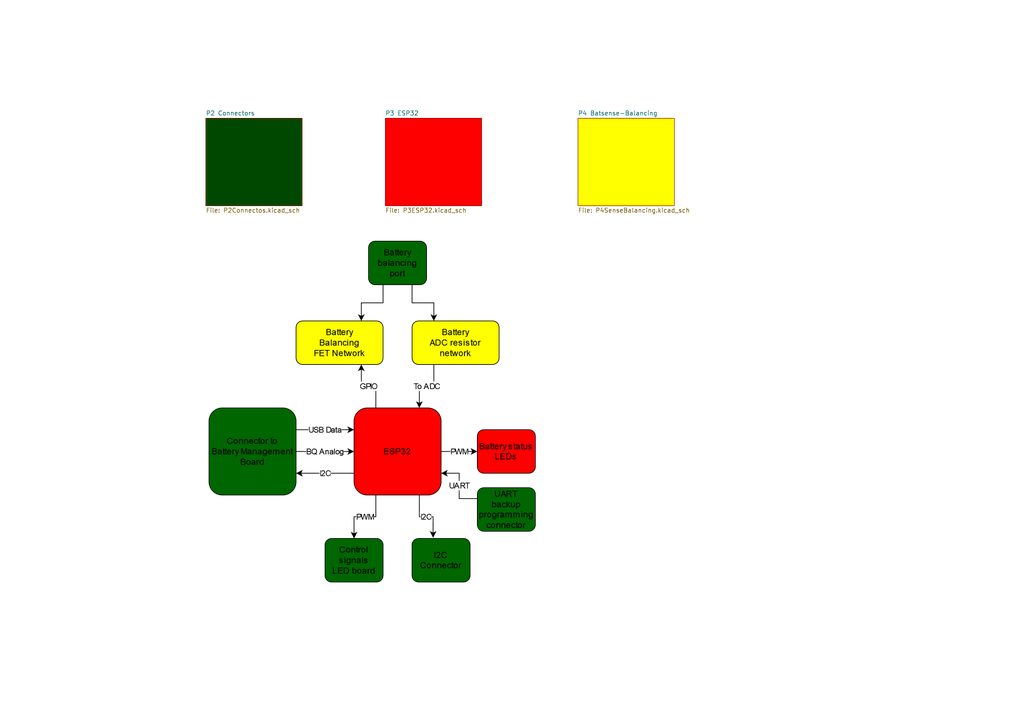
<source format=kicad_sch>
(kicad_sch (version 20211123) (generator eeschema)
  (paper "A4")
  (title_block (title "ESP & Feedback Board") (date "2023-02-02") (rev "0.2") (company "Eldalote Electronics") (comment 2 "Part of the Dive Lamp Design"))
  (lib_symbols)
  (image (at 107.95 119.38) (scale 1.24205))
  (sheet (at 167.64 34.29) (size 27.94 25.4) (stroke (width 0.1524)) (fill (color 255 255 0 1.0000))
    (property "Sheet name" "P4 Batsense-Balancing" (at 167.64 33.5784 0) (effects (justify left bottom)))
    (property "Sheet file" "P4SenseBalancing.kicad_sch" (at 167.64 60.2746 0) (effects (justify left top)))
  )
  (sheet (at 111.76 34.29) (size 27.94 25.4) (stroke (width 0.1524)) (fill (color 255 0 0 1.0000))
    (property "Sheet name" "P3 ESP32" (at 111.76 33.5784 0) (effects (justify left bottom)))
    (property "Sheet file" "P3ESP32.kicad_sch" (at 111.76 60.2746 0) (effects (justify left top)))
  )
  (sheet (at 59.69 34.29) (size 27.94 25.4) (stroke (width 0.1524)) (fill (color 0 72 0 1.0000))
    (property "Sheet name" "P2 Connectors" (at 59.69 33.5784 0) (effects (justify left bottom)))
    (property "Sheet file" "P2Connectos.kicad_sch" (at 59.69 60.2746 0) (effects (justify left top)))
  )
)
</source>
